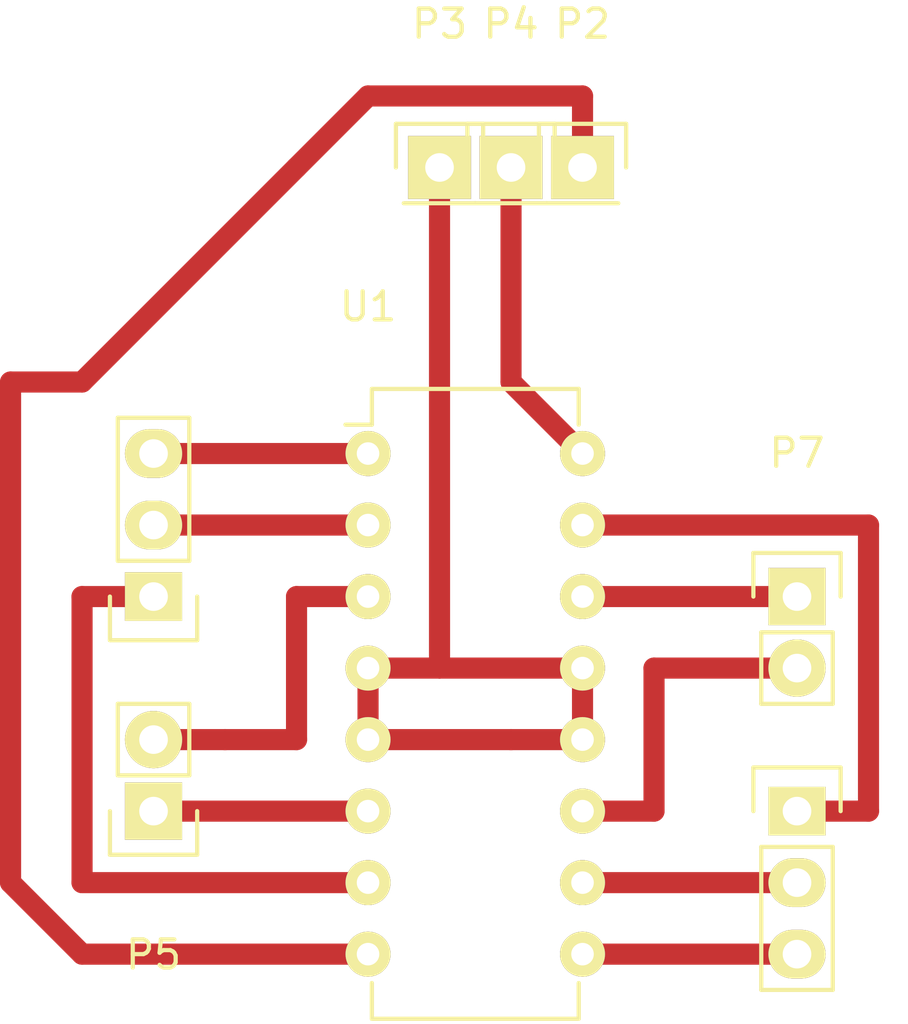
<source format=kicad_pcb>
(kicad_pcb (version 4) (host pcbnew 4.0.2+dfsg1-stable)

  (general
    (links 16)
    (no_connects 0)
    (area 0 0 0 0)
    (thickness 1.6)
    (drawings 0)
    (tracks 36)
    (zones 0)
    (modules 8)
    (nets 14)
  )

  (page A4)
  (layers
    (0 F.Cu signal)
    (31 B.Cu signal)
    (32 B.Adhes user)
    (33 F.Adhes user)
    (34 B.Paste user)
    (35 F.Paste user)
    (36 B.SilkS user)
    (37 F.SilkS user)
    (38 B.Mask user)
    (39 F.Mask user)
    (40 Dwgs.User user)
    (41 Cmts.User user)
    (42 Eco1.User user)
    (43 Eco2.User user)
    (44 Edge.Cuts user)
    (45 Margin user)
    (46 B.CrtYd user)
    (47 F.CrtYd user)
    (48 B.Fab user)
    (49 F.Fab user)
  )

  (setup
    (last_trace_width 0.75)
    (trace_clearance 0.2)
    (zone_clearance 0.508)
    (zone_45_only no)
    (trace_min 0.2)
    (segment_width 0.2)
    (edge_width 0.1)
    (via_size 0.6)
    (via_drill 0.4)
    (via_min_size 0.4)
    (via_min_drill 0.3)
    (uvia_size 0.3)
    (uvia_drill 0.1)
    (uvias_allowed no)
    (uvia_min_size 0.2)
    (uvia_min_drill 0.1)
    (pcb_text_width 0.3)
    (pcb_text_size 1.5 1.5)
    (mod_edge_width 0.15)
    (mod_text_size 1 1)
    (mod_text_width 0.15)
    (pad_size 1.5 1.5)
    (pad_drill 0.6)
    (pad_to_mask_clearance 0)
    (aux_axis_origin 0 0)
    (visible_elements FFFDFF7F)
    (pcbplotparams
      (layerselection 0x00030_80000001)
      (usegerberextensions false)
      (excludeedgelayer true)
      (linewidth 0.100000)
      (plotframeref false)
      (viasonmask false)
      (mode 1)
      (useauxorigin false)
      (hpglpennumber 1)
      (hpglpenspeed 20)
      (hpglpendiameter 15)
      (hpglpenoverlay 2)
      (psnegative false)
      (psa4output false)
      (plotreference true)
      (plotvalue true)
      (plotinvisibletext false)
      (padsonsilk false)
      (subtractmaskfromsilk false)
      (outputformat 1)
      (mirror false)
      (drillshape 1)
      (scaleselection 1)
      (outputdirectory ""))
  )

  (net 0 "")
  (net 1 "Net-(P1-Pad1)")
  (net 2 "Net-(P1-Pad2)")
  (net 3 "Net-(P1-Pad3)")
  (net 4 "Net-(P2-Pad1)")
  (net 5 "Net-(P3-Pad1)")
  (net 6 "Net-(P4-Pad1)")
  (net 7 "Net-(P5-Pad1)")
  (net 8 "Net-(P5-Pad2)")
  (net 9 "Net-(P6-Pad1)")
  (net 10 "Net-(P6-Pad2)")
  (net 11 "Net-(P6-Pad3)")
  (net 12 "Net-(P7-Pad1)")
  (net 13 "Net-(P7-Pad2)")

  (net_class Default "This is the default net class."
    (clearance 0.2)
    (trace_width 0.75)
    (via_dia 0.6)
    (via_drill 0.4)
    (uvia_dia 0.3)
    (uvia_drill 0.1)
    (add_net "Net-(P1-Pad1)")
    (add_net "Net-(P1-Pad2)")
    (add_net "Net-(P1-Pad3)")
    (add_net "Net-(P2-Pad1)")
    (add_net "Net-(P3-Pad1)")
    (add_net "Net-(P4-Pad1)")
    (add_net "Net-(P5-Pad1)")
    (add_net "Net-(P5-Pad2)")
    (add_net "Net-(P6-Pad1)")
    (add_net "Net-(P6-Pad2)")
    (add_net "Net-(P6-Pad3)")
    (add_net "Net-(P7-Pad1)")
    (add_net "Net-(P7-Pad2)")
  )

  (module Pin_Headers:Pin_Header_Straight_1x03 (layer F.Cu) (tedit 0) (tstamp 572F739A)
    (at 142.24 111.76 180)
    (descr "Through hole pin header")
    (tags "pin header")
    (path /572F7958)
    (fp_text reference P1 (at 0 -5.1 180) (layer F.SilkS)
      (effects (font (size 1 1) (thickness 0.15)))
    )
    (fp_text value CONTROL1 (at 0 -3.1 180) (layer F.Fab)
      (effects (font (size 1 1) (thickness 0.15)))
    )
    (fp_line (start -1.75 -1.75) (end -1.75 6.85) (layer F.CrtYd) (width 0.05))
    (fp_line (start 1.75 -1.75) (end 1.75 6.85) (layer F.CrtYd) (width 0.05))
    (fp_line (start -1.75 -1.75) (end 1.75 -1.75) (layer F.CrtYd) (width 0.05))
    (fp_line (start -1.75 6.85) (end 1.75 6.85) (layer F.CrtYd) (width 0.05))
    (fp_line (start -1.27 1.27) (end -1.27 6.35) (layer F.SilkS) (width 0.15))
    (fp_line (start -1.27 6.35) (end 1.27 6.35) (layer F.SilkS) (width 0.15))
    (fp_line (start 1.27 6.35) (end 1.27 1.27) (layer F.SilkS) (width 0.15))
    (fp_line (start 1.55 -1.55) (end 1.55 0) (layer F.SilkS) (width 0.15))
    (fp_line (start 1.27 1.27) (end -1.27 1.27) (layer F.SilkS) (width 0.15))
    (fp_line (start -1.55 0) (end -1.55 -1.55) (layer F.SilkS) (width 0.15))
    (fp_line (start -1.55 -1.55) (end 1.55 -1.55) (layer F.SilkS) (width 0.15))
    (pad 1 thru_hole rect (at 0 0 180) (size 2.032 1.7272) (drill 1.016) (layers *.Cu *.Mask F.SilkS)
      (net 1 "Net-(P1-Pad1)"))
    (pad 2 thru_hole oval (at 0 2.54 180) (size 2.032 1.7272) (drill 1.016) (layers *.Cu *.Mask F.SilkS)
      (net 2 "Net-(P1-Pad2)"))
    (pad 3 thru_hole oval (at 0 5.08 180) (size 2.032 1.7272) (drill 1.016) (layers *.Cu *.Mask F.SilkS)
      (net 3 "Net-(P1-Pad3)"))
    (model Pin_Headers.3dshapes/Pin_Header_Straight_1x03.wrl
      (at (xyz 0 -0.1 0))
      (scale (xyz 1 1 1))
      (rotate (xyz 0 0 90))
    )
  )

  (module Pin_Headers:Pin_Header_Straight_1x01 (layer F.Cu) (tedit 54EA08DC) (tstamp 572F739F)
    (at 157.48 96.52)
    (descr "Through hole pin header")
    (tags "pin header")
    (path /572F6F90)
    (fp_text reference P2 (at 0 -5.1) (layer F.SilkS)
      (effects (font (size 1 1) (thickness 0.15)))
    )
    (fp_text value 35V (at 0 -3.1) (layer F.Fab)
      (effects (font (size 1 1) (thickness 0.15)))
    )
    (fp_line (start 1.55 -1.55) (end 1.55 0) (layer F.SilkS) (width 0.15))
    (fp_line (start -1.75 -1.75) (end -1.75 1.75) (layer F.CrtYd) (width 0.05))
    (fp_line (start 1.75 -1.75) (end 1.75 1.75) (layer F.CrtYd) (width 0.05))
    (fp_line (start -1.75 -1.75) (end 1.75 -1.75) (layer F.CrtYd) (width 0.05))
    (fp_line (start -1.75 1.75) (end 1.75 1.75) (layer F.CrtYd) (width 0.05))
    (fp_line (start -1.55 0) (end -1.55 -1.55) (layer F.SilkS) (width 0.15))
    (fp_line (start -1.55 -1.55) (end 1.55 -1.55) (layer F.SilkS) (width 0.15))
    (fp_line (start -1.27 1.27) (end 1.27 1.27) (layer F.SilkS) (width 0.15))
    (pad 1 thru_hole rect (at 0 0) (size 2.2352 2.2352) (drill 1.016) (layers *.Cu *.Mask F.SilkS)
      (net 4 "Net-(P2-Pad1)"))
    (model Pin_Headers.3dshapes/Pin_Header_Straight_1x01.wrl
      (at (xyz 0 0 0))
      (scale (xyz 1 1 1))
      (rotate (xyz 0 0 90))
    )
  )

  (module Pin_Headers:Pin_Header_Straight_1x01 (layer F.Cu) (tedit 54EA08DC) (tstamp 572F73A4)
    (at 152.4 96.52)
    (descr "Through hole pin header")
    (tags "pin header")
    (path /572F745C)
    (fp_text reference P3 (at 0 -5.1) (layer F.SilkS)
      (effects (font (size 1 1) (thickness 0.15)))
    )
    (fp_text value GND (at 0 -3.1) (layer F.Fab)
      (effects (font (size 1 1) (thickness 0.15)))
    )
    (fp_line (start 1.55 -1.55) (end 1.55 0) (layer F.SilkS) (width 0.15))
    (fp_line (start -1.75 -1.75) (end -1.75 1.75) (layer F.CrtYd) (width 0.05))
    (fp_line (start 1.75 -1.75) (end 1.75 1.75) (layer F.CrtYd) (width 0.05))
    (fp_line (start -1.75 -1.75) (end 1.75 -1.75) (layer F.CrtYd) (width 0.05))
    (fp_line (start -1.75 1.75) (end 1.75 1.75) (layer F.CrtYd) (width 0.05))
    (fp_line (start -1.55 0) (end -1.55 -1.55) (layer F.SilkS) (width 0.15))
    (fp_line (start -1.55 -1.55) (end 1.55 -1.55) (layer F.SilkS) (width 0.15))
    (fp_line (start -1.27 1.27) (end 1.27 1.27) (layer F.SilkS) (width 0.15))
    (pad 1 thru_hole rect (at 0 0) (size 2.2352 2.2352) (drill 1.016) (layers *.Cu *.Mask F.SilkS)
      (net 5 "Net-(P3-Pad1)"))
    (model Pin_Headers.3dshapes/Pin_Header_Straight_1x01.wrl
      (at (xyz 0 0 0))
      (scale (xyz 1 1 1))
      (rotate (xyz 0 0 90))
    )
  )

  (module Pin_Headers:Pin_Header_Straight_1x01 (layer F.Cu) (tedit 54EA08DC) (tstamp 572F73A9)
    (at 154.94 96.52)
    (descr "Through hole pin header")
    (tags "pin header")
    (path /572F6D50)
    (fp_text reference P4 (at 0 -5.1) (layer F.SilkS)
      (effects (font (size 1 1) (thickness 0.15)))
    )
    (fp_text value 5V (at 0 -3.1) (layer F.Fab)
      (effects (font (size 1 1) (thickness 0.15)))
    )
    (fp_line (start 1.55 -1.55) (end 1.55 0) (layer F.SilkS) (width 0.15))
    (fp_line (start -1.75 -1.75) (end -1.75 1.75) (layer F.CrtYd) (width 0.05))
    (fp_line (start 1.75 -1.75) (end 1.75 1.75) (layer F.CrtYd) (width 0.05))
    (fp_line (start -1.75 -1.75) (end 1.75 -1.75) (layer F.CrtYd) (width 0.05))
    (fp_line (start -1.75 1.75) (end 1.75 1.75) (layer F.CrtYd) (width 0.05))
    (fp_line (start -1.55 0) (end -1.55 -1.55) (layer F.SilkS) (width 0.15))
    (fp_line (start -1.55 -1.55) (end 1.55 -1.55) (layer F.SilkS) (width 0.15))
    (fp_line (start -1.27 1.27) (end 1.27 1.27) (layer F.SilkS) (width 0.15))
    (pad 1 thru_hole rect (at 0 0) (size 2.2352 2.2352) (drill 1.016) (layers *.Cu *.Mask F.SilkS)
      (net 6 "Net-(P4-Pad1)"))
    (model Pin_Headers.3dshapes/Pin_Header_Straight_1x01.wrl
      (at (xyz 0 0 0))
      (scale (xyz 1 1 1))
      (rotate (xyz 0 0 90))
    )
  )

  (module Pin_Headers:Pin_Header_Straight_1x02 (layer F.Cu) (tedit 54EA090C) (tstamp 572F73AF)
    (at 142.24 119.38 180)
    (descr "Through hole pin header")
    (tags "pin header")
    (path /572F7C69)
    (fp_text reference P5 (at 0 -5.1 180) (layer F.SilkS)
      (effects (font (size 1 1) (thickness 0.15)))
    )
    (fp_text value OUT1 (at 0 -3.1 180) (layer F.Fab)
      (effects (font (size 1 1) (thickness 0.15)))
    )
    (fp_line (start 1.27 1.27) (end 1.27 3.81) (layer F.SilkS) (width 0.15))
    (fp_line (start 1.55 -1.55) (end 1.55 0) (layer F.SilkS) (width 0.15))
    (fp_line (start -1.75 -1.75) (end -1.75 4.3) (layer F.CrtYd) (width 0.05))
    (fp_line (start 1.75 -1.75) (end 1.75 4.3) (layer F.CrtYd) (width 0.05))
    (fp_line (start -1.75 -1.75) (end 1.75 -1.75) (layer F.CrtYd) (width 0.05))
    (fp_line (start -1.75 4.3) (end 1.75 4.3) (layer F.CrtYd) (width 0.05))
    (fp_line (start 1.27 1.27) (end -1.27 1.27) (layer F.SilkS) (width 0.15))
    (fp_line (start -1.55 0) (end -1.55 -1.55) (layer F.SilkS) (width 0.15))
    (fp_line (start -1.55 -1.55) (end 1.55 -1.55) (layer F.SilkS) (width 0.15))
    (fp_line (start -1.27 1.27) (end -1.27 3.81) (layer F.SilkS) (width 0.15))
    (fp_line (start -1.27 3.81) (end 1.27 3.81) (layer F.SilkS) (width 0.15))
    (pad 1 thru_hole rect (at 0 0 180) (size 2.032 2.032) (drill 1.016) (layers *.Cu *.Mask F.SilkS)
      (net 7 "Net-(P5-Pad1)"))
    (pad 2 thru_hole oval (at 0 2.54 180) (size 2.032 2.032) (drill 1.016) (layers *.Cu *.Mask F.SilkS)
      (net 8 "Net-(P5-Pad2)"))
    (model Pin_Headers.3dshapes/Pin_Header_Straight_1x02.wrl
      (at (xyz 0 -0.05 0))
      (scale (xyz 1 1 1))
      (rotate (xyz 0 0 90))
    )
  )

  (module Pin_Headers:Pin_Header_Straight_1x03 (layer F.Cu) (tedit 0) (tstamp 572F73B6)
    (at 165.1 119.38)
    (descr "Through hole pin header")
    (tags "pin header")
    (path /572F79A5)
    (fp_text reference P6 (at 0 -5.1) (layer F.SilkS)
      (effects (font (size 1 1) (thickness 0.15)))
    )
    (fp_text value CONTROL2 (at 0 -3.1) (layer F.Fab)
      (effects (font (size 1 1) (thickness 0.15)))
    )
    (fp_line (start -1.75 -1.75) (end -1.75 6.85) (layer F.CrtYd) (width 0.05))
    (fp_line (start 1.75 -1.75) (end 1.75 6.85) (layer F.CrtYd) (width 0.05))
    (fp_line (start -1.75 -1.75) (end 1.75 -1.75) (layer F.CrtYd) (width 0.05))
    (fp_line (start -1.75 6.85) (end 1.75 6.85) (layer F.CrtYd) (width 0.05))
    (fp_line (start -1.27 1.27) (end -1.27 6.35) (layer F.SilkS) (width 0.15))
    (fp_line (start -1.27 6.35) (end 1.27 6.35) (layer F.SilkS) (width 0.15))
    (fp_line (start 1.27 6.35) (end 1.27 1.27) (layer F.SilkS) (width 0.15))
    (fp_line (start 1.55 -1.55) (end 1.55 0) (layer F.SilkS) (width 0.15))
    (fp_line (start 1.27 1.27) (end -1.27 1.27) (layer F.SilkS) (width 0.15))
    (fp_line (start -1.55 0) (end -1.55 -1.55) (layer F.SilkS) (width 0.15))
    (fp_line (start -1.55 -1.55) (end 1.55 -1.55) (layer F.SilkS) (width 0.15))
    (pad 1 thru_hole rect (at 0 0) (size 2.032 1.7272) (drill 1.016) (layers *.Cu *.Mask F.SilkS)
      (net 9 "Net-(P6-Pad1)"))
    (pad 2 thru_hole oval (at 0 2.54) (size 2.032 1.7272) (drill 1.016) (layers *.Cu *.Mask F.SilkS)
      (net 10 "Net-(P6-Pad2)"))
    (pad 3 thru_hole oval (at 0 5.08) (size 2.032 1.7272) (drill 1.016) (layers *.Cu *.Mask F.SilkS)
      (net 11 "Net-(P6-Pad3)"))
    (model Pin_Headers.3dshapes/Pin_Header_Straight_1x03.wrl
      (at (xyz 0 -0.1 0))
      (scale (xyz 1 1 1))
      (rotate (xyz 0 0 90))
    )
  )

  (module Pin_Headers:Pin_Header_Straight_1x02 (layer F.Cu) (tedit 54EA090C) (tstamp 572F73BC)
    (at 165.1 111.76)
    (descr "Through hole pin header")
    (tags "pin header")
    (path /572F7CE0)
    (fp_text reference P7 (at 0 -5.1) (layer F.SilkS)
      (effects (font (size 1 1) (thickness 0.15)))
    )
    (fp_text value OUT2 (at 0 -3.1) (layer F.Fab)
      (effects (font (size 1 1) (thickness 0.15)))
    )
    (fp_line (start 1.27 1.27) (end 1.27 3.81) (layer F.SilkS) (width 0.15))
    (fp_line (start 1.55 -1.55) (end 1.55 0) (layer F.SilkS) (width 0.15))
    (fp_line (start -1.75 -1.75) (end -1.75 4.3) (layer F.CrtYd) (width 0.05))
    (fp_line (start 1.75 -1.75) (end 1.75 4.3) (layer F.CrtYd) (width 0.05))
    (fp_line (start -1.75 -1.75) (end 1.75 -1.75) (layer F.CrtYd) (width 0.05))
    (fp_line (start -1.75 4.3) (end 1.75 4.3) (layer F.CrtYd) (width 0.05))
    (fp_line (start 1.27 1.27) (end -1.27 1.27) (layer F.SilkS) (width 0.15))
    (fp_line (start -1.55 0) (end -1.55 -1.55) (layer F.SilkS) (width 0.15))
    (fp_line (start -1.55 -1.55) (end 1.55 -1.55) (layer F.SilkS) (width 0.15))
    (fp_line (start -1.27 1.27) (end -1.27 3.81) (layer F.SilkS) (width 0.15))
    (fp_line (start -1.27 3.81) (end 1.27 3.81) (layer F.SilkS) (width 0.15))
    (pad 1 thru_hole rect (at 0 0) (size 2.032 2.032) (drill 1.016) (layers *.Cu *.Mask F.SilkS)
      (net 12 "Net-(P7-Pad1)"))
    (pad 2 thru_hole oval (at 0 2.54) (size 2.032 2.032) (drill 1.016) (layers *.Cu *.Mask F.SilkS)
      (net 13 "Net-(P7-Pad2)"))
    (model Pin_Headers.3dshapes/Pin_Header_Straight_1x02.wrl
      (at (xyz 0 -0.05 0))
      (scale (xyz 1 1 1))
      (rotate (xyz 0 0 90))
    )
  )

  (module Housings_DIP:DIP-16_W7.62mm (layer F.Cu) (tedit 54130A77) (tstamp 572F73D0)
    (at 149.86 106.68)
    (descr "16-lead dip package, row spacing 7.62 mm (300 mils)")
    (tags "dil dip 2.54 300")
    (path /572F6CE8)
    (fp_text reference U1 (at 0 -5.22) (layer F.SilkS)
      (effects (font (size 1 1) (thickness 0.15)))
    )
    (fp_text value L293D (at 0 -3.72) (layer F.Fab)
      (effects (font (size 1 1) (thickness 0.15)))
    )
    (fp_line (start -1.05 -2.45) (end -1.05 20.25) (layer F.CrtYd) (width 0.05))
    (fp_line (start 8.65 -2.45) (end 8.65 20.25) (layer F.CrtYd) (width 0.05))
    (fp_line (start -1.05 -2.45) (end 8.65 -2.45) (layer F.CrtYd) (width 0.05))
    (fp_line (start -1.05 20.25) (end 8.65 20.25) (layer F.CrtYd) (width 0.05))
    (fp_line (start 0.135 -2.295) (end 0.135 -1.025) (layer F.SilkS) (width 0.15))
    (fp_line (start 7.485 -2.295) (end 7.485 -1.025) (layer F.SilkS) (width 0.15))
    (fp_line (start 7.485 20.075) (end 7.485 18.805) (layer F.SilkS) (width 0.15))
    (fp_line (start 0.135 20.075) (end 0.135 18.805) (layer F.SilkS) (width 0.15))
    (fp_line (start 0.135 -2.295) (end 7.485 -2.295) (layer F.SilkS) (width 0.15))
    (fp_line (start 0.135 20.075) (end 7.485 20.075) (layer F.SilkS) (width 0.15))
    (fp_line (start 0.135 -1.025) (end -0.8 -1.025) (layer F.SilkS) (width 0.15))
    (pad 1 thru_hole oval (at 0 0) (size 1.6 1.6) (drill 0.8) (layers *.Cu *.Mask F.SilkS)
      (net 3 "Net-(P1-Pad3)"))
    (pad 2 thru_hole oval (at 0 2.54) (size 1.6 1.6) (drill 0.8) (layers *.Cu *.Mask F.SilkS)
      (net 2 "Net-(P1-Pad2)"))
    (pad 3 thru_hole oval (at 0 5.08) (size 1.6 1.6) (drill 0.8) (layers *.Cu *.Mask F.SilkS)
      (net 8 "Net-(P5-Pad2)"))
    (pad 4 thru_hole oval (at 0 7.62) (size 1.6 1.6) (drill 0.8) (layers *.Cu *.Mask F.SilkS)
      (net 5 "Net-(P3-Pad1)"))
    (pad 5 thru_hole oval (at 0 10.16) (size 1.6 1.6) (drill 0.8) (layers *.Cu *.Mask F.SilkS)
      (net 5 "Net-(P3-Pad1)"))
    (pad 6 thru_hole oval (at 0 12.7) (size 1.6 1.6) (drill 0.8) (layers *.Cu *.Mask F.SilkS)
      (net 7 "Net-(P5-Pad1)"))
    (pad 7 thru_hole oval (at 0 15.24) (size 1.6 1.6) (drill 0.8) (layers *.Cu *.Mask F.SilkS)
      (net 1 "Net-(P1-Pad1)"))
    (pad 8 thru_hole oval (at 0 17.78) (size 1.6 1.6) (drill 0.8) (layers *.Cu *.Mask F.SilkS)
      (net 4 "Net-(P2-Pad1)"))
    (pad 9 thru_hole oval (at 7.62 17.78) (size 1.6 1.6) (drill 0.8) (layers *.Cu *.Mask F.SilkS)
      (net 11 "Net-(P6-Pad3)"))
    (pad 10 thru_hole oval (at 7.62 15.24) (size 1.6 1.6) (drill 0.8) (layers *.Cu *.Mask F.SilkS)
      (net 10 "Net-(P6-Pad2)"))
    (pad 11 thru_hole oval (at 7.62 12.7) (size 1.6 1.6) (drill 0.8) (layers *.Cu *.Mask F.SilkS)
      (net 13 "Net-(P7-Pad2)"))
    (pad 12 thru_hole oval (at 7.62 10.16) (size 1.6 1.6) (drill 0.8) (layers *.Cu *.Mask F.SilkS)
      (net 5 "Net-(P3-Pad1)"))
    (pad 13 thru_hole oval (at 7.62 7.62) (size 1.6 1.6) (drill 0.8) (layers *.Cu *.Mask F.SilkS)
      (net 5 "Net-(P3-Pad1)"))
    (pad 14 thru_hole oval (at 7.62 5.08) (size 1.6 1.6) (drill 0.8) (layers *.Cu *.Mask F.SilkS)
      (net 12 "Net-(P7-Pad1)"))
    (pad 15 thru_hole oval (at 7.62 2.54) (size 1.6 1.6) (drill 0.8) (layers *.Cu *.Mask F.SilkS)
      (net 9 "Net-(P6-Pad1)"))
    (pad 16 thru_hole oval (at 7.62 0) (size 1.6 1.6) (drill 0.8) (layers *.Cu *.Mask F.SilkS)
      (net 6 "Net-(P4-Pad1)"))
    (model Housings_DIP.3dshapes/DIP-16_W7.62mm.wrl
      (at (xyz 0 0 0))
      (scale (xyz 1 1 1))
      (rotate (xyz 0 0 0))
    )
  )

  (segment (start 142.24 111.76) (end 139.7 111.76) (width 0.75) (layer F.Cu) (net 1))
  (segment (start 139.7 121.92) (end 149.86 121.92) (width 0.75) (layer F.Cu) (net 1) (tstamp 572F7469))
  (segment (start 139.7 111.76) (end 139.7 121.92) (width 0.75) (layer F.Cu) (net 1) (tstamp 572F7468))
  (segment (start 142.24 109.22) (end 149.86 109.22) (width 0.75) (layer F.Cu) (net 2))
  (segment (start 149.86 106.68) (end 142.24 106.68) (width 0.75) (layer F.Cu) (net 3))
  (segment (start 157.48 96.52) (end 157.48 93.98) (width 0.75) (layer F.Cu) (net 4))
  (segment (start 139.7 104.14) (end 137.16 104.14) (width 0.75) (layer F.Cu) (net 4) (tstamp 572F7577))
  (segment (start 147.32 96.52) (end 139.7 104.14) (width 0.75) (layer F.Cu) (net 4) (tstamp 572F7574))
  (segment (start 149.86 93.98) (end 147.32 96.52) (width 0.75) (layer F.Cu) (net 4) (tstamp 572F7572))
  (segment (start 157.48 93.98) (end 149.86 93.98) (width 0.75) (layer F.Cu) (net 4) (tstamp 572F7571))
  (segment (start 139.7 124.46) (end 149.86 124.46) (width 0.75) (layer F.Cu) (net 4) (tstamp 572F7482))
  (segment (start 137.16 121.92) (end 139.7 124.46) (width 0.75) (layer F.Cu) (net 4) (tstamp 572F7481))
  (segment (start 137.16 104.14) (end 137.16 121.92) (width 0.75) (layer F.Cu) (net 4) (tstamp 572F757D))
  (segment (start 152.4 96.52) (end 152.4 114.3) (width 0.75) (layer F.Cu) (net 5))
  (segment (start 157.48 114.3) (end 157.48 116.84) (width 0.75) (layer F.Cu) (net 5))
  (segment (start 149.86 114.3) (end 152.4 114.3) (width 0.75) (layer F.Cu) (net 5))
  (segment (start 152.4 114.3) (end 157.48 114.3) (width 0.75) (layer F.Cu) (net 5) (tstamp 572F7560))
  (segment (start 149.86 116.84) (end 149.86 114.3) (width 0.75) (layer F.Cu) (net 5))
  (segment (start 157.48 116.84) (end 154.94 116.84) (width 0.75) (layer F.Cu) (net 5))
  (segment (start 154.94 116.84) (end 149.86 116.84) (width 0.75) (layer F.Cu) (net 5) (tstamp 572F748D))
  (segment (start 154.94 96.52) (end 154.94 104.14) (width 0.75) (layer F.Cu) (net 6))
  (segment (start 154.94 104.14) (end 157.48 106.68) (width 0.75) (layer F.Cu) (net 6) (tstamp 572F755A))
  (segment (start 149.86 119.38) (end 142.24 119.38) (width 0.75) (layer F.Cu) (net 7))
  (segment (start 142.24 116.84) (end 144.78 116.84) (width 0.75) (layer F.Cu) (net 8))
  (segment (start 147.32 111.76) (end 149.86 111.76) (width 0.75) (layer F.Cu) (net 8) (tstamp 572F7461))
  (segment (start 147.32 116.84) (end 147.32 111.76) (width 0.75) (layer F.Cu) (net 8) (tstamp 572F7460))
  (segment (start 144.78 116.84) (end 147.32 116.84) (width 0.75) (layer F.Cu) (net 8) (tstamp 572F745F))
  (segment (start 165.1 119.38) (end 167.64 119.38) (width 0.75) (layer F.Cu) (net 9))
  (segment (start 167.64 109.22) (end 157.48 109.22) (width 0.75) (layer F.Cu) (net 9) (tstamp 572F746D))
  (segment (start 167.64 119.38) (end 167.64 109.22) (width 0.75) (layer F.Cu) (net 9) (tstamp 572F746C))
  (segment (start 157.48 121.92) (end 165.1 121.92) (width 0.75) (layer F.Cu) (net 10))
  (segment (start 165.1 124.46) (end 157.48 124.46) (width 0.75) (layer F.Cu) (net 11))
  (segment (start 165.1 111.76) (end 157.48 111.76) (width 0.75) (layer F.Cu) (net 12))
  (segment (start 157.48 119.38) (end 160.02 119.38) (width 0.75) (layer F.Cu) (net 13))
  (segment (start 160.02 114.3) (end 165.1 114.3) (width 0.75) (layer F.Cu) (net 13) (tstamp 572F7459))
  (segment (start 160.02 119.38) (end 160.02 114.3) (width 0.75) (layer F.Cu) (net 13) (tstamp 572F7458))

)

</source>
